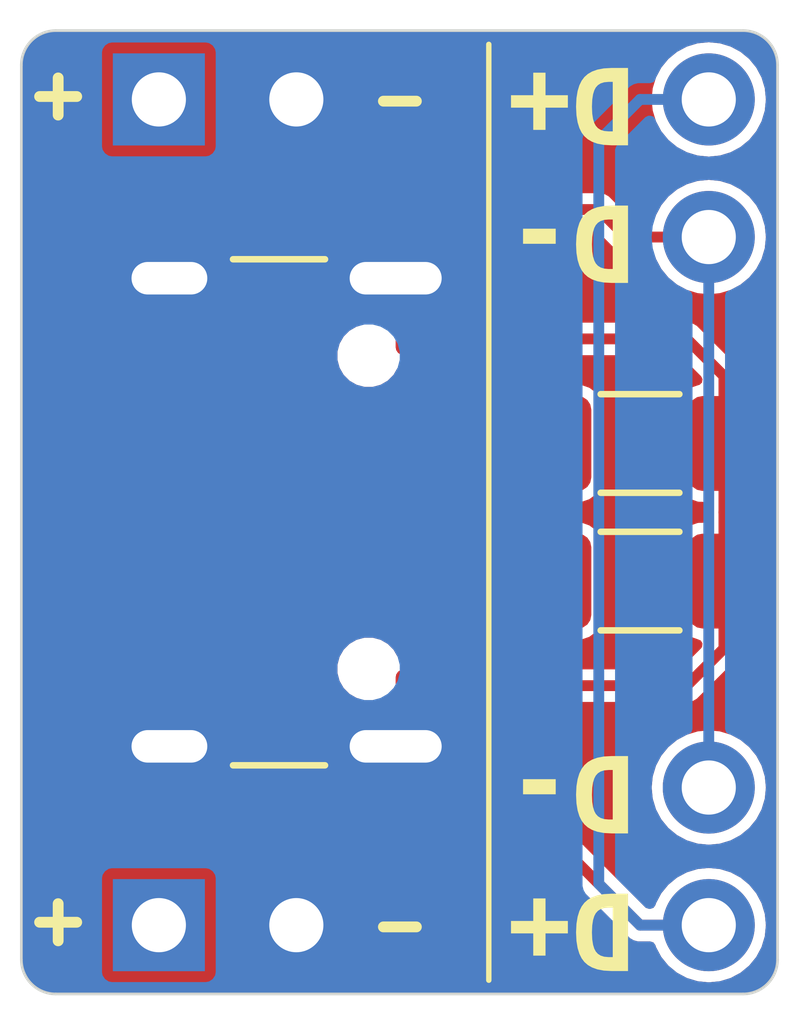
<source format=kicad_pcb>
(kicad_pcb (version 20240108) (generator "pcbnew") (generator_version "8.0")
  (layers (0 "F.Cu" signal) (31 "B.Cu" signal) (34 "B.Paste" user) (35 "F.Paste" user) (36 "B.SilkS" user "B.Silkscreen") (37 "F.SilkS" user "F.Silkscreen") (38 "B.Mask" user) (39 "F.Mask" user) (44 "Edge.Cuts" user))
  (net 0 "")
  (net 1 "GND")
  (net 2 "D+")
  (net 3 "Net-(P1-CC1)")
  (net 5 "VCC")
  (net 6 "D-")
  (net 8 "Net-(P1-CC2)")
  (footprint "Connector_USB:USB_C_Receptacle_GCT_USB4105-xx-A_16P_TopMnt_Horizontal" (layer "F.Cu") (at 87.63 119.38 -90)
    (property "Reference" "P1" (hide yes))
    (property "Value" "USB_C_Receptacle_USB2.0" (hide yes))
    (fp_line (start -4.67 -0.1) (end -4.67 -1.8) (stroke (width 0.12)) (layer "F.SilkS"))
    (fp_line (start 4.67 -0.1) (end 4.67 -1.8) (stroke (width 0.12)) (layer "F.SilkS"))
    (pad "" np_thru_hole circle (at -2.89 -2.605 270) (size 0.65 0.65) (drill 0.65) (layers "F&B.Cu" "*.Mask"))
    (pad "" np_thru_hole circle (at 2.89 -2.605 270) (size 0.65 0.65) (drill 0.65) (layers "F&B.Cu" "*.Mask"))
    (pad "A1" smd roundrect (at -3.2 -3.68 270) (size 0.6 1.15) (layers "F.Cu" "F.Paste" "F.Mask") (net 1 "GND"))
    (pad "A4" smd roundrect (at -2.4 -3.68 270) (size 0.6 1.15) (layers "F.Cu" "F.Paste" "F.Mask") (net 5 "VCC"))
    (pad "A5" smd roundrect (at -1.25 -3.68 270) (size 0.3 1.15) (layers "F.Cu" "F.Paste" "F.Mask") (net 3 "Net-(P1-CC1)"))
    (pad "A6" smd roundrect (at -0.25 -3.68 270) (size 0.3 1.15) (layers "F.Cu" "F.Paste" "F.Mask") (net 2 "D+"))
    (pad "A7" smd roundrect (at 0.25 -3.68 270) (size 0.3 1.15) (layers "F.Cu" "F.Paste" "F.Mask") (net 6 "D-"))
    (pad "A8" smd roundrect (at 1.25 -3.68 270) (size 0.3 1.15) (layers "F.Cu" "F.Paste" "F.Mask"))
    (pad "A9" smd roundrect (at 2.4 -3.68 270) (size 0.6 1.15) (layers "F.Cu" "F.Paste" "F.Mask") (net 5 "VCC"))
    (pad "A12" smd roundrect (at 3.2 -3.68 270) (size 0.6 1.15) (layers "F.Cu" "F.Paste" "F.Mask") (net 1 "GND"))
    (pad "B1" smd roundrect (at 3.2 -3.68 270) (size 0.6 1.15) (layers "F.Cu" "F.Paste" "F.Mask") (net 1 "GND"))
    (pad "B4" smd roundrect (at 2.4 -3.68 270) (size 0.6 1.15) (layers "F.Cu" "F.Paste" "F.Mask") (net 5 "VCC"))
    (pad "B5" smd roundrect (at 1.75 -3.68 270) (size 0.3 1.15) (layers "F.Cu" "F.Paste" "F.Mask") (net 8 "Net-(P1-CC2)"))
    (pad "B6" smd roundrect (at 0.75 -3.68 270) (size 0.3 1.15) (layers "F.Cu" "F.Paste" "F.Mask") (net 2 "D+"))
    (pad "B7" smd roundrect (at -0.75 -3.68 270) (size 0.3 1.15) (layers "F.Cu" "F.Paste" "F.Mask") (net 6 "D-"))
    (pad "B8" smd roundrect (at -1.75 -3.68 270) (size 0.3 1.15) (layers "F.Cu" "F.Paste" "F.Mask"))
    (pad "B9" smd roundrect (at -2.4 -3.68 270) (size 0.6 1.15) (layers "F.Cu" "F.Paste" "F.Mask") (net 5 "VCC"))
    (pad "B12" smd roundrect (at -3.2 -3.68 270) (size 0.6 1.15) (layers "F.Cu" "F.Paste" "F.Mask") (net 1 "GND"))
    (pad "S1" thru_hole oval (at -4.32 -3.105 270) (size 1 2.1) (drill oval 0.6 1.7) (layers "*.Cu" "*.Mask" "F.Paste") (net 1 "GND"))
    (pad "S1" thru_hole oval (at -4.32 1.075 270) (size 1 1.8) (drill oval 0.6 1.4) (layers "*.Cu" "*.Mask" "F.Paste") (net 1 "GND"))
    (pad "S1" thru_hole oval (at 4.32 -3.105 270) (size 1 2.1) (drill oval 0.6 1.7) (layers "*.Cu" "*.Mask" "F.Paste") (net 1 "GND"))
    (pad "S1" thru_hole oval (at 4.32 1.075 270) (size 1 1.8) (drill oval 0.6 1.4) (layers "*.Cu" "*.Mask" "F.Paste") (net 1 "GND"))
  )
  (footprint "Connector_PinHeader_2.54mm:PinHeader_1x02_P2.54mm_Vertical" (layer "F.Cu") (at 86.36 127 90)
    (property "Reference" "J2" (hide yes))
    (property "Value" "Conn_01x02" (hide yes))
    (pad "1" thru_hole rect (at 0 0 90) (size 1.7 1.7) (drill 1) (layers "*.Cu" "*.Mask") (net 5 "VCC"))
    (pad "2" thru_hole oval (at 0 2.54 90) (size 1.7 1.7) (drill 1) (layers "*.Cu" "*.Mask") (net 1 "GND"))
  )
  (footprint "Connector_PinHeader_2.54mm:PinHeader_1x02_P2.54mm_Vertical" (layer "F.Cu") (at 96.52 114.3 180)
    (property "Reference" "J3" (hide yes))
    (property "Value" "Conn_01x02" (hide yes))
    (pad "1" thru_hole circle (at 0 0 180) (size 1.7 1.7) (drill 1) (layers "*.Cu" "*.Mask") (net 6 "D-"))
    (pad "2" thru_hole oval (at 0 2.54 180) (size 1.7 1.7) (drill 1) (layers "*.Cu" "*.Mask") (net 2 "D+"))
  )
  (footprint "Connector_PinHeader_2.54mm:PinHeader_1x02_P2.54mm_Vertical" (layer "F.Cu") (at 96.52 124.46)
    (property "Reference" "J4" (hide yes))
    (property "Value" "Conn_01x02" (hide yes))
    (pad "1" thru_hole circle (at 0 0) (size 1.7 1.7) (drill 1) (layers "*.Cu" "*.Mask") (net 6 "D-"))
    (pad "2" thru_hole oval (at 0 2.54) (size 1.7 1.7) (drill 1) (layers "*.Cu" "*.Mask") (net 2 "D+"))
  )
  (footprint "Connector_PinHeader_2.54mm:PinHeader_1x02_P2.54mm_Vertical" (layer "F.Cu") (at 86.36 111.76 90)
    (property "Reference" "J1" (hide yes))
    (property "Value" "Conn_01x02" (hide yes))
    (pad "1" thru_hole rect (at 0 0 90) (size 1.7 1.7) (drill 1) (layers "*.Cu" "*.Mask") (net 5 "VCC"))
    (pad "2" thru_hole oval (at 0 2.54 90) (size 1.7 1.7) (drill 1) (layers "*.Cu" "*.Mask") (net 1 "GND"))
  )
  (footprint "Resistor_SMD:R_1206_3216Metric_Pad1.30x1.75mm_HandSolder" (layer "F.Cu") (at 95.25 120.65)
    (property "Reference" "R2" (hide yes))
    (property "Value" "5.1k" (hide yes))
    (fp_line (start -0.727064 -0.91) (end 0.727064 -0.91) (stroke (width 0.12)) (layer "F.SilkS"))
    (fp_line (start -0.727064 0.91) (end 0.727064 0.91) (stroke (width 0.12)) (layer "F.SilkS"))
    (pad "1" smd roundrect (at -1.55 0) (size 1.3 1.75) (layers "F.Cu" "F.Paste" "F.Mask") (roundrect_rratio 0.192308) (net 8 "Net-(P1-CC2)"))
    (pad "2" smd roundrect (at 1.55 0) (size 1.3 1.75) (layers "F.Cu" "F.Paste" "F.Mask") (roundrect_rratio 0.192308) (net 1 "GND"))
  )
  (footprint "Resistor_SMD:R_1206_3216Metric_Pad1.30x1.75mm_HandSolder" (layer "F.Cu") (at 95.25 118.11)
    (property "Reference" "R1" (hide yes))
    (property "Value" "5.1k" (hide yes))
    (fp_line (start -0.727064 -0.91) (end 0.727064 -0.91) (stroke (width 0.12)) (layer "F.SilkS"))
    (fp_line (start -0.727064 0.91) (end 0.727064 0.91) (stroke (width 0.12)) (layer "F.SilkS"))
    (pad "1" smd roundrect (at -1.55 0) (size 1.3 1.75) (layers "F.Cu" "F.Paste" "F.Mask") (roundrect_rratio 0.192308) (net 3 "Net-(P1-CC1)"))
    (pad "2" smd roundrect (at 1.55 0) (size 1.3 1.75) (layers "F.Cu" "F.Paste" "F.Mask") (roundrect_rratio 0.192308) (net 1 "GND"))
  )
  (gr_line (start 92.456 128.016) (end 92.456 110.744) (stroke (width 0.1)) (layer "F.SilkS"))
  (gr_line (start 83.82 111.125) (end 83.82 127.635) (stroke (width 0.05)) (layer "Edge.Cuts"))
  (gr_arc (start 84.455 128.27) (mid 84.005987 128.084013) (end 83.82 127.635) (stroke (width 0.05)) (layer "Edge.Cuts"))
  (gr_line (start 97.79 127.635) (end 97.79 111.125) (stroke (width 0.05)) (layer "Edge.Cuts"))
  (gr_line (start 97.155 110.49) (end 84.455 110.49) (stroke (width 0.05)) (layer "Edge.Cuts"))
  (gr_line (start 84.455 128.27) (end 97.155 128.27) (stroke (width 0.05)) (layer "Edge.Cuts"))
  (gr_arc (start 97.155 110.49) (mid 97.604013 110.675987) (end 97.79 111.125) (stroke (width 0.05)) (layer "Edge.Cuts"))
  (gr_arc (start 83.82 111.125) (mid 84.005987 110.675987) (end 84.455 110.49) (stroke (width 0.05)) (layer "Edge.Cuts"))
  (gr_arc (start 97.79 127.635) (mid 97.604013 128.084013) (end 97.155 128.27) (stroke (width 0.05)) (layer "Edge.Cuts"))
  (gr_text "-" (at 91.44 111.379 180) (layer "F.SilkS") (effects (font (size 0.8 0.8) (thickness 0.2) (bold yes)) (justify left bottom)))
  (gr_text "D+" (at 93.98 111.76 180) (layer "F.SilkS") (effects (font (size 1.4 1.4) (thickness 0.2) (bold yes))))
  (gr_text "+" (at 84.963 112.395 90) (layer "F.SilkS") (effects (font (size 0.9 0.9) (thickness 0.2) (bold yes)) (justify left bottom)))
  (gr_text "D-" (at 93.98 124.46 180) (layer "F.SilkS") (effects (font (size 1.4 1.4) (thickness 0.2) (bold yes))))
  (gr_text "+" (at 84.963 127.635 90) (layer "F.SilkS") (effects (font (size 0.9 0.9) (thickness 0.2) (bold yes)) (justify left bottom)))
  (gr_text "D-" (at 93.98 114.3 180) (layer "F.SilkS") (effects (font (size 1.4 1.4) (thickness 0.2) (bold yes))))
  (gr_text "D+" (at 93.98 127 180) (layer "F.SilkS") (effects (font (size 1.4 1.4) (thickness 0.2) (bold yes))))
  (gr_text "-" (at 91.44 126.619 180) (layer "F.SilkS") (effects (font (size 0.8 0.8) (thickness 0.2) (bold yes)) (justify left bottom)))
  (segment (start 96.114 116.18) (end 91.31 116.18) (width 0.2) (layer "F.Cu") (net 1))
  (segment (start 96.8 116.866) (end 96.114 116.18) (width 0.2) (layer "F.Cu") (net 1))
  (segment (start 96.114 122.58) (end 91.31 122.58) (width 0.2) (layer "F.Cu") (net 1))
  (segment (start 96.8 120.65) (end 96.8 121.894) (width 0.2) (layer "F.Cu") (net 1))
  (segment (start 96.8 120.65) (end 96.8 119.38) (width 0.2) (layer "F.Cu") (net 1))
  (segment (start 96.8 121.894) (end 96.114 122.58) (width 0.2) (layer "F.Cu") (net 1))
  (segment (start 96.8 119.38) (end 96.8 118.11) (width 0.2) (layer "F.Cu") (net 1))
  (segment (start 96.8 118.11) (end 96.8 116.866) (width 0.2) (layer "F.Cu") (net 1))
  (segment (start 96.52 127) (end 95.25 127) (width 0.2) (layer "F.Cu") (net 2))
  (segment (start 92.206 119.13) (end 91.31 119.13) (width 0.2) (layer "F.Cu") (net 2))
  (segment (start 95.25 127) (end 93.218 124.968) (width 0.2) (layer "F.Cu") (net 2))
  (segment (start 88.646 120.904) (end 88.9 120.65) (width 0.2) (layer "F.Cu") (net 2))
  (segment (start 88.646 124.206) (end 88.646 120.904) (width 0.2) (layer "F.Cu") (net 2))
  (segment (start 88.9 120.638) (end 89.408 120.13) (width 0.2) (layer "F.Cu") (net 2))
  (segment (start 92.456 119.888) (end 92.456 119.38) (width 0.2) (layer "F.Cu") (net 2))
  (segment (start 88.9 120.65) (end 88.9 120.638) (width 0.2) (layer "F.Cu") (net 2))
  (segment (start 91.31 120.13) (end 89.408 120.13) (width 0.2) (layer "F.Cu") (net 2))
  (segment (start 92.456 119.38) (end 92.206 119.13) (width 0.2) (layer "F.Cu") (net 2))
  (segment (start 92.214 120.13) (end 92.456 119.888) (width 0.2) (layer "F.Cu") (net 2))
  (segment (start 91.31 120.13) (end 92.214 120.13) (width 0.2) (layer "F.Cu") (net 2))
  (segment (start 93.218 124.968) (end 89.408 124.968) (width 0.2) (layer "F.Cu") (net 2))
  (segment (start 89.408 124.968) (end 88.646 124.206) (width 0.2) (layer "F.Cu") (net 2))
  (segment (start 94.488 112.522) (end 94.488 126.238) (width 0.2) (layer "B.Cu") (net 2))
  (segment (start 95.25 111.76) (end 94.488 112.522) (width 0.2) (layer "B.Cu") (net 2))
  (segment (start 96.52 111.76) (end 95.25 111.76) (width 0.2) (layer "B.Cu") (net 2))
  (segment (start 94.488 126.238) (end 95.25 127) (width 0.2) (layer "B.Cu") (net 2))
  (segment (start 95.25 127) (end 96.52 127) (width 0.2) (layer "B.Cu") (net 2))
  (segment (start 93.68 118.13) (end 93.7 118.11) (width 0.2) (layer "F.Cu") (net 3))
  (segment (start 91.31 118.13) (end 93.68 118.13) (width 0.2) (layer "F.Cu") (net 3))
  (segment (start 90.70259 118.63) (end 91.31 118.63) (width 0.2) (layer "F.Cu") (net 6))
  (segment (start 90.424 118.63) (end 91.31 118.63) (width 0.2) (layer "F.Cu") (net 6))
  (segment (start 90.164 119.386) (end 90.16741 119.38259) (width 0.2) (layer "F.Cu") (net 6))
  (segment (start 88.646 114.554) (end 88.646 117.868) (width 0.2) (layer "F.Cu") (net 6))
  (segment (start 90.16741 118.88659) (end 89.916 118.63518) (width 0.2) (layer "F.Cu") (net 6))
  (segment (start 90.17 118.63) (end 90.17 118.884) (width 0.2) (layer "F.Cu") (net 6))
  (segment (start 89.408 113.792) (end 88.646 114.554) (width 0.2) (layer "F.Cu") (net 6))
  (segment (start 90.17 118.63) (end 90.424 118.63) (width 0.2) (layer "F.Cu") (net 6))
  (segment (start 90.16741 119.38259) (end 90.16741 118.88659) (width 0.2) (layer "F.Cu") (net 6))
  (segment (start 90.17 118.884) (end 90.16741 118.88659) (width 0.2) (layer "F.Cu") (net 6))
  (segment (start 94.996 114.3) (end 94.488 113.792) (width 0.2) (layer "F.Cu") (net 6))
  (segment (start 89.916 118.63518) (end 89.916 118.63) (width 0.2) (layer "F.Cu") (net 6))
  (segment (start 89.408 118.63) (end 89.916 118.63) (width 0.2) (layer "F.Cu") (net 6))
  (segment (start 90.408 119.63) (end 90.164 119.386) (width 0.2) (layer "F.Cu") (net 6))
  (segment (start 89.916 118.63) (end 90.17 118.63) (width 0.2) (layer "F.Cu") (net 6))
  (segment (start 96.52 114.3) (end 94.996 114.3) (width 0.2) (layer "F.Cu") (net 6))
  (segment (start 91.31 119.63) (end 90.408 119.63) (width 0.2) (layer "F.Cu") (net 6))
  (segment (start 90.16741 118.88659) (end 90.424 118.63) (width 0.2) (layer "F.Cu") (net 6))
  (segment (start 94.488 113.792) (end 89.408 113.792) (width 0.2) (layer "F.Cu") (net 6))
  (segment (start 88.646 117.868) (end 89.408 118.63) (width 0.2) (layer "F.Cu") (net 6))
  (segment (start 96.52 124.46) (end 96.52 114.3) (width 0.2) (layer "B.Cu") (net 6))
  (segment (start 92.23 121.13) (end 92.71 120.65) (width 0.2) (layer "F.Cu") (net 8))
  (segment (start 92.71 120.65) (end 93.7 120.65) (width 0.2) (layer "F.Cu") (net 8))
  (segment (start 91.31 121.13) (end 92.23 121.13) (width 0.2) (layer "F.Cu") (net 8))
  (zone (net 5) (net_name "VCC") (layer "F.Cu") (priority 1) (connect_pads yes (clearance 0.2)) (min_thickness 0.2) (fill yes (thermal_gap 0.2) (thermal_bridge_width 0.2) (island_removal_mode 1) (island_area_min 10))
    (polygon (pts (xy 83.82 110.49) (xy 97.79 110.49) (xy 97.79 128.27) (xy 83.82 128.27)))
  )
  (zone (net 1) (net_name "GND") (layer "B.Cu") (connect_pads yes (clearance 0.2)) (min_thickness 0.2) (fill yes (thermal_gap 0.2) (thermal_bridge_width 0.2) (island_removal_mode 1) (island_area_min 10))
    (polygon (pts (xy 83.82 110.49) (xy 97.79 110.49) (xy 97.79 128.27) (xy 83.82 128.27)))
  )
)
</source>
